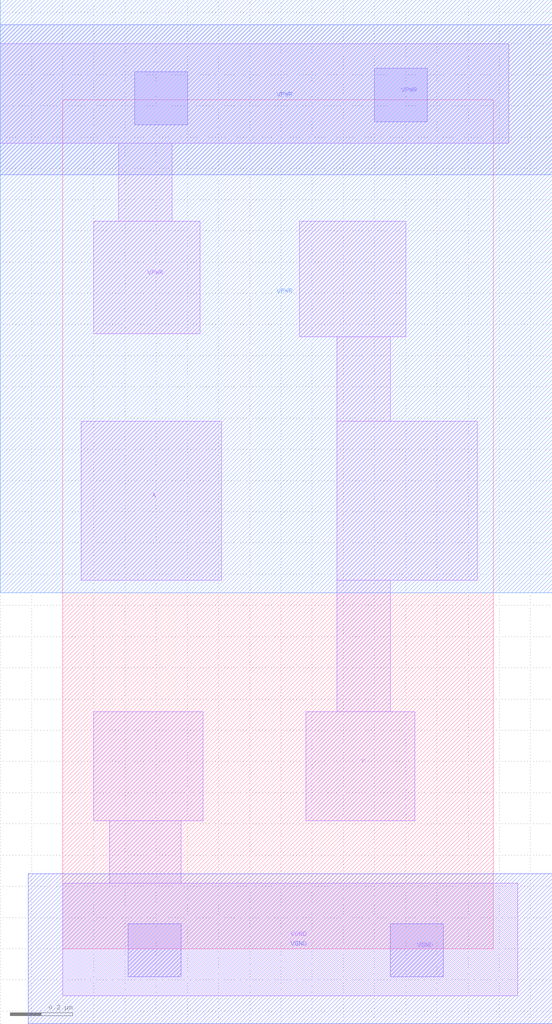
<source format=lef>
VERSION 5.7 ;
  NOWIREEXTENSIONATPIN ON ;
  DIVIDERCHAR "/" ;
  BUSBITCHARS "[]" ;
MACRO sky130_vsdinv
  CLASS CORE ;
  FOREIGN sky130_vsdinv ;
  ORIGIN 0.000 0.000 ;
  SIZE 1.380 BY 2.720 ;
  SITE unithd ;
  PIN A
    DIRECTION INPUT ;
    USE SIGNAL ;
    ANTENNAGATEAREA 0.165600 ;
    PORT
      LAYER li1 ;
        RECT 0.060 1.180 0.510 1.690 ;
    END
  END A
  PIN Y
    DIRECTION OUTPUT ;
    USE SIGNAL ;
    ANTENNADIFFAREA 0.287800 ;
    PORT
      LAYER li1 ;
        RECT 0.760 1.960 1.100 2.330 ;
        RECT 0.880 1.690 1.050 1.960 ;
        RECT 0.880 1.180 1.330 1.690 ;
        RECT 0.880 0.760 1.050 1.180 ;
        RECT 0.780 0.410 1.130 0.760 ;
    END
  END Y
  PIN VPWR
    DIRECTION INOUT ;
    USE POWER ;
    PORT
      LAYER nwell ;
        RECT -0.200 1.140 1.570 3.040 ;
      LAYER li1 ;
        RECT -0.200 2.580 1.430 2.900 ;
        RECT 0.180 2.330 0.350 2.580 ;
        RECT 0.100 1.970 0.440 2.330 ;
      LAYER mcon ;
        RECT 0.230 2.640 0.400 2.810 ;
        RECT 1.000 2.650 1.170 2.820 ;
      LAYER met1 ;
        RECT -0.200 2.480 1.570 2.960 ;
    END
  END VPWR
  PIN VGND
    DIRECTION INOUT ;
    USE GROUND ;
    PORT
      LAYER li1 ;
        RECT 0.100 0.410 0.450 0.760 ;
        RECT 0.150 0.210 0.380 0.410 ;
        RECT 0.000 -0.150 1.460 0.210 ;
      LAYER mcon ;
        RECT 0.210 -0.090 0.380 0.080 ;
        RECT 1.050 -0.090 1.220 0.080 ;
      LAYER met1 ;
        RECT -0.110 -0.240 1.570 0.240 ;
    END
  END VGND
END sky130_vsdinv
END LIBRARY

</source>
